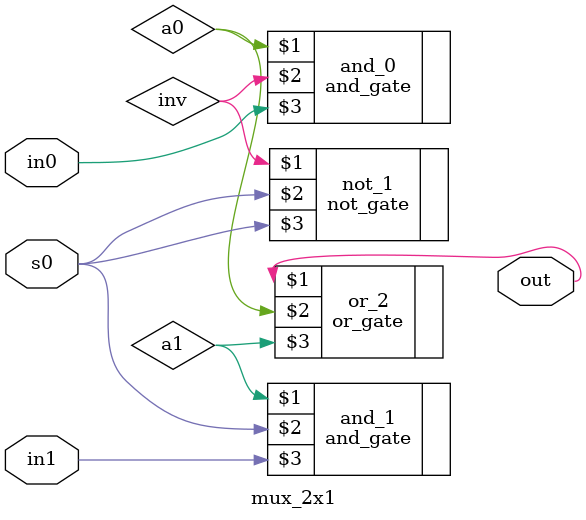
<source format=v>
module mux_2x1(out, in0, in1, s0);

// port declarations
output out; // Output port.
input in0, in1; // Input ports.
input s0; // Input ports: select lines.

// intermediate wires
wire inv0; // Inverter outputs.
wire a0, a1; // AND gates outputs.

//3-input AND gates.
wire inv;
not_gate not_1(inv,s0,s0);
and_gate and_0 (a0, inv, in0);  
and_gate and_1(a1,s0,in1);

or_gate or_2 (out, a0, a1);
endmodule


</source>
